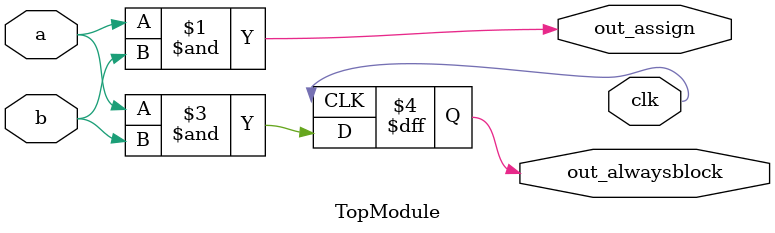
<source format=sv>

module TopModule (
  input a,
  input b,
  output out_assign,
  output reg clk,
  output reg out_alwaysblock
);

// Assign the output signal using an assign statement
assign out_assign = a & b;

// Use a combinational always block to implement the AND gate
always @(posedge clk) begin
  out_alwaysblock = a & b;
end

endmodule // End of TopModule module definition

// VERILOG-EVAL: abnormal backticks count
// VERILOG-EVAL: errant inclusion of module definition

</source>
